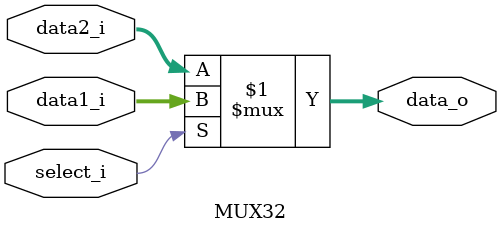
<source format=v>
module MUX32
(
  input select_i,
  input [31:0] data1_i,
  input [31:0] data2_i,
  output [31:0] data_o
);

assign data_o = (select_i ? data1_i : data2_i);

endmodule

</source>
